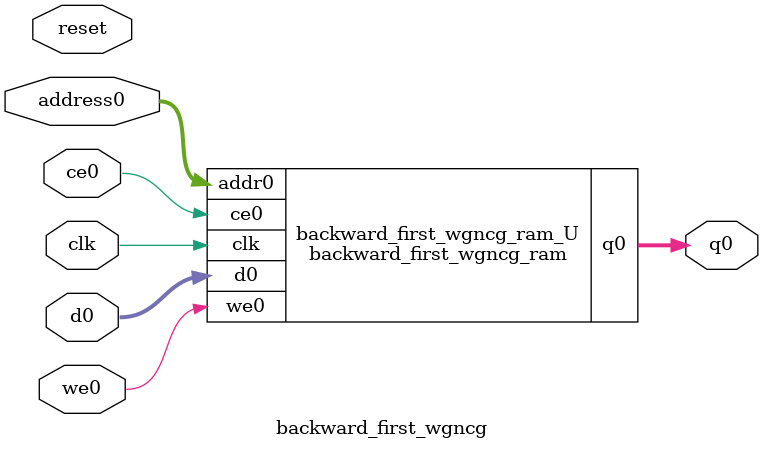
<source format=v>
`timescale 1 ns / 1 ps
module backward_first_wgncg_ram (addr0, ce0, d0, we0, q0,  clk);

parameter DWIDTH = 32;
parameter AWIDTH = 17;
parameter MEM_SIZE = 103680;

input[AWIDTH-1:0] addr0;
input ce0;
input[DWIDTH-1:0] d0;
input we0;
output reg[DWIDTH-1:0] q0;
input clk;

(* ram_style = "block" *)reg [DWIDTH-1:0] ram[0:MEM_SIZE-1];




always @(posedge clk)  
begin 
    if (ce0) 
    begin
        if (we0) 
        begin 
            ram[addr0] <= d0; 
        end 
        q0 <= ram[addr0];
    end
end


endmodule

`timescale 1 ns / 1 ps
module backward_first_wgncg(
    reset,
    clk,
    address0,
    ce0,
    we0,
    d0,
    q0);

parameter DataWidth = 32'd32;
parameter AddressRange = 32'd103680;
parameter AddressWidth = 32'd17;
input reset;
input clk;
input[AddressWidth - 1:0] address0;
input ce0;
input we0;
input[DataWidth - 1:0] d0;
output[DataWidth - 1:0] q0;



backward_first_wgncg_ram backward_first_wgncg_ram_U(
    .clk( clk ),
    .addr0( address0 ),
    .ce0( ce0 ),
    .we0( we0 ),
    .d0( d0 ),
    .q0( q0 ));

endmodule


</source>
